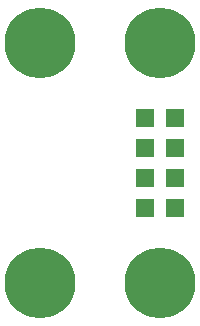
<source format=gbr>
%TF.GenerationSoftware,KiCad,Pcbnew,6.0.11+dfsg-1~bpo11+1*%
%TF.CreationDate,2023-04-13T12:00:23+00:00*%
%TF.ProjectId,FRAM01A,4652414d-3031-4412-9e6b-696361645f70,rev?*%
%TF.SameCoordinates,Original*%
%TF.FileFunction,Soldermask,Top*%
%TF.FilePolarity,Negative*%
%FSLAX46Y46*%
G04 Gerber Fmt 4.6, Leading zero omitted, Abs format (unit mm)*
G04 Created by KiCad (PCBNEW 6.0.11+dfsg-1~bpo11+1) date 2023-04-13 12:00:23*
%MOMM*%
%LPD*%
G01*
G04 APERTURE LIST*
%ADD10C,6.000000*%
%ADD11R,1.524000X1.524000*%
G04 APERTURE END LIST*
D10*
%TO.C,M4*%
X147320000Y-96520000D03*
%TD*%
%TO.C,M1*%
X137160000Y-76200000D03*
%TD*%
%TO.C,M3*%
X147320000Y-76200000D03*
%TD*%
D11*
%TO.C,J2*%
X146050000Y-82550000D03*
X148590000Y-82550000D03*
X146050000Y-85090000D03*
X148590000Y-85090000D03*
X146050000Y-87630000D03*
X148590000Y-87630000D03*
X146050000Y-90170000D03*
X148590000Y-90170000D03*
%TD*%
D10*
%TO.C,M2*%
X137160000Y-96520000D03*
%TD*%
M02*

</source>
